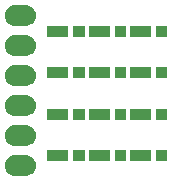
<source format=gbr>
G04 #@! TF.GenerationSoftware,KiCad,Pcbnew,5.1.5-52549c5~84~ubuntu18.04.1*
G04 #@! TF.CreationDate,2019-11-28T18:03:46-08:00*
G04 #@! TF.ProjectId,edison-led-3x4-pmod,65646973-6f6e-42d6-9c65-642d3378342d,rev?*
G04 #@! TF.SameCoordinates,PX68aa6f0PY527e2a0*
G04 #@! TF.FileFunction,Soldermask,Top*
G04 #@! TF.FilePolarity,Negative*
%FSLAX46Y46*%
G04 Gerber Fmt 4.6, Leading zero omitted, Abs format (unit mm)*
G04 Created by KiCad (PCBNEW 5.1.5-52549c5~84~ubuntu18.04.1) date 2019-11-28 18:03:46*
%MOMM*%
%LPD*%
G04 APERTURE LIST*
%ADD10C,0.100000*%
G04 APERTURE END LIST*
D10*
G36*
X5910442Y-12955518D02*
G01*
X5976627Y-12962037D01*
X6146466Y-13013557D01*
X6302991Y-13097222D01*
X6338729Y-13126552D01*
X6440186Y-13209814D01*
X6523448Y-13311271D01*
X6552778Y-13347009D01*
X6636443Y-13503534D01*
X6687963Y-13673373D01*
X6705359Y-13850000D01*
X6687963Y-14026627D01*
X6636443Y-14196466D01*
X6552778Y-14352991D01*
X6523448Y-14388729D01*
X6440186Y-14490186D01*
X6338729Y-14573448D01*
X6302991Y-14602778D01*
X6146466Y-14686443D01*
X5976627Y-14737963D01*
X5910443Y-14744481D01*
X5844260Y-14751000D01*
X4915740Y-14751000D01*
X4849558Y-14744482D01*
X4783373Y-14737963D01*
X4613534Y-14686443D01*
X4457009Y-14602778D01*
X4421271Y-14573448D01*
X4319814Y-14490186D01*
X4236552Y-14388729D01*
X4207222Y-14352991D01*
X4123557Y-14196466D01*
X4072037Y-14026627D01*
X4054641Y-13850000D01*
X4072037Y-13673373D01*
X4123557Y-13503534D01*
X4207222Y-13347009D01*
X4236552Y-13311271D01*
X4319814Y-13209814D01*
X4421271Y-13126552D01*
X4457009Y-13097222D01*
X4613534Y-13013557D01*
X4783373Y-12962037D01*
X4849558Y-12955518D01*
X4915740Y-12949000D01*
X5844260Y-12949000D01*
X5910442Y-12955518D01*
G37*
G36*
X17821000Y-13461000D02*
G01*
X16869000Y-13461000D01*
X16869000Y-12539000D01*
X17821000Y-12539000D01*
X17821000Y-13461000D01*
G37*
G36*
X10821000Y-13461000D02*
G01*
X9869000Y-13461000D01*
X9869000Y-12539000D01*
X10821000Y-12539000D01*
X10821000Y-13461000D01*
G37*
G36*
X9451000Y-13461000D02*
G01*
X7679000Y-13461000D01*
X7679000Y-12539000D01*
X9451000Y-12539000D01*
X9451000Y-13461000D01*
G37*
G36*
X14321000Y-13461000D02*
G01*
X13369000Y-13461000D01*
X13369000Y-12539000D01*
X14321000Y-12539000D01*
X14321000Y-13461000D01*
G37*
G36*
X12951000Y-13461000D02*
G01*
X11179000Y-13461000D01*
X11179000Y-12539000D01*
X12951000Y-12539000D01*
X12951000Y-13461000D01*
G37*
G36*
X16451000Y-13461000D02*
G01*
X14679000Y-13461000D01*
X14679000Y-12539000D01*
X16451000Y-12539000D01*
X16451000Y-13461000D01*
G37*
G36*
X5910442Y-10415518D02*
G01*
X5976627Y-10422037D01*
X6146466Y-10473557D01*
X6302991Y-10557222D01*
X6338729Y-10586552D01*
X6440186Y-10669814D01*
X6523448Y-10771271D01*
X6552778Y-10807009D01*
X6636443Y-10963534D01*
X6687963Y-11133373D01*
X6705359Y-11310000D01*
X6687963Y-11486627D01*
X6636443Y-11656466D01*
X6552778Y-11812991D01*
X6523448Y-11848729D01*
X6440186Y-11950186D01*
X6338729Y-12033448D01*
X6302991Y-12062778D01*
X6146466Y-12146443D01*
X5976627Y-12197963D01*
X5910443Y-12204481D01*
X5844260Y-12211000D01*
X4915740Y-12211000D01*
X4849558Y-12204482D01*
X4783373Y-12197963D01*
X4613534Y-12146443D01*
X4457009Y-12062778D01*
X4421271Y-12033448D01*
X4319814Y-11950186D01*
X4236552Y-11848729D01*
X4207222Y-11812991D01*
X4123557Y-11656466D01*
X4072037Y-11486627D01*
X4054641Y-11310000D01*
X4072037Y-11133373D01*
X4123557Y-10963534D01*
X4207222Y-10807009D01*
X4236552Y-10771271D01*
X4319814Y-10669814D01*
X4421271Y-10586552D01*
X4457009Y-10557222D01*
X4613534Y-10473557D01*
X4783373Y-10422037D01*
X4849558Y-10415518D01*
X4915740Y-10409000D01*
X5844260Y-10409000D01*
X5910442Y-10415518D01*
G37*
G36*
X14321000Y-9961000D02*
G01*
X13369000Y-9961000D01*
X13369000Y-9039000D01*
X14321000Y-9039000D01*
X14321000Y-9961000D01*
G37*
G36*
X12951000Y-9961000D02*
G01*
X11179000Y-9961000D01*
X11179000Y-9039000D01*
X12951000Y-9039000D01*
X12951000Y-9961000D01*
G37*
G36*
X17821000Y-9961000D02*
G01*
X16869000Y-9961000D01*
X16869000Y-9039000D01*
X17821000Y-9039000D01*
X17821000Y-9961000D01*
G37*
G36*
X16451000Y-9961000D02*
G01*
X14679000Y-9961000D01*
X14679000Y-9039000D01*
X16451000Y-9039000D01*
X16451000Y-9961000D01*
G37*
G36*
X9451000Y-9961000D02*
G01*
X7679000Y-9961000D01*
X7679000Y-9039000D01*
X9451000Y-9039000D01*
X9451000Y-9961000D01*
G37*
G36*
X10821000Y-9961000D02*
G01*
X9869000Y-9961000D01*
X9869000Y-9039000D01*
X10821000Y-9039000D01*
X10821000Y-9961000D01*
G37*
G36*
X5910442Y-7875518D02*
G01*
X5976627Y-7882037D01*
X6146466Y-7933557D01*
X6302991Y-8017222D01*
X6338729Y-8046552D01*
X6440186Y-8129814D01*
X6523448Y-8231271D01*
X6552778Y-8267009D01*
X6636443Y-8423534D01*
X6687963Y-8593373D01*
X6705359Y-8770000D01*
X6687963Y-8946627D01*
X6636443Y-9116466D01*
X6552778Y-9272991D01*
X6523448Y-9308729D01*
X6440186Y-9410186D01*
X6338729Y-9493448D01*
X6302991Y-9522778D01*
X6146466Y-9606443D01*
X5976627Y-9657963D01*
X5910442Y-9664482D01*
X5844260Y-9671000D01*
X4915740Y-9671000D01*
X4849557Y-9664481D01*
X4783373Y-9657963D01*
X4613534Y-9606443D01*
X4457009Y-9522778D01*
X4421271Y-9493448D01*
X4319814Y-9410186D01*
X4236552Y-9308729D01*
X4207222Y-9272991D01*
X4123557Y-9116466D01*
X4072037Y-8946627D01*
X4054641Y-8770000D01*
X4072037Y-8593373D01*
X4123557Y-8423534D01*
X4207222Y-8267009D01*
X4236552Y-8231271D01*
X4319814Y-8129814D01*
X4421271Y-8046552D01*
X4457009Y-8017222D01*
X4613534Y-7933557D01*
X4783373Y-7882037D01*
X4849558Y-7875518D01*
X4915740Y-7869000D01*
X5844260Y-7869000D01*
X5910442Y-7875518D01*
G37*
G36*
X5910443Y-5335519D02*
G01*
X5976627Y-5342037D01*
X6146466Y-5393557D01*
X6302991Y-5477222D01*
X6338729Y-5506552D01*
X6440186Y-5589814D01*
X6523448Y-5691271D01*
X6552778Y-5727009D01*
X6636443Y-5883534D01*
X6687963Y-6053373D01*
X6705359Y-6230000D01*
X6687963Y-6406627D01*
X6636443Y-6576466D01*
X6552778Y-6732991D01*
X6523448Y-6768729D01*
X6440186Y-6870186D01*
X6338729Y-6953448D01*
X6302991Y-6982778D01*
X6146466Y-7066443D01*
X5976627Y-7117963D01*
X5910442Y-7124482D01*
X5844260Y-7131000D01*
X4915740Y-7131000D01*
X4849558Y-7124482D01*
X4783373Y-7117963D01*
X4613534Y-7066443D01*
X4457009Y-6982778D01*
X4421271Y-6953448D01*
X4319814Y-6870186D01*
X4236552Y-6768729D01*
X4207222Y-6732991D01*
X4123557Y-6576466D01*
X4072037Y-6406627D01*
X4054641Y-6230000D01*
X4072037Y-6053373D01*
X4123557Y-5883534D01*
X4207222Y-5727009D01*
X4236552Y-5691271D01*
X4319814Y-5589814D01*
X4421271Y-5506552D01*
X4457009Y-5477222D01*
X4613534Y-5393557D01*
X4783373Y-5342037D01*
X4849557Y-5335519D01*
X4915740Y-5329000D01*
X5844260Y-5329000D01*
X5910443Y-5335519D01*
G37*
G36*
X17821000Y-6461000D02*
G01*
X16869000Y-6461000D01*
X16869000Y-5539000D01*
X17821000Y-5539000D01*
X17821000Y-6461000D01*
G37*
G36*
X16451000Y-6461000D02*
G01*
X14679000Y-6461000D01*
X14679000Y-5539000D01*
X16451000Y-5539000D01*
X16451000Y-6461000D01*
G37*
G36*
X14321000Y-6461000D02*
G01*
X13369000Y-6461000D01*
X13369000Y-5539000D01*
X14321000Y-5539000D01*
X14321000Y-6461000D01*
G37*
G36*
X12951000Y-6461000D02*
G01*
X11179000Y-6461000D01*
X11179000Y-5539000D01*
X12951000Y-5539000D01*
X12951000Y-6461000D01*
G37*
G36*
X10821000Y-6461000D02*
G01*
X9869000Y-6461000D01*
X9869000Y-5539000D01*
X10821000Y-5539000D01*
X10821000Y-6461000D01*
G37*
G36*
X9451000Y-6461000D02*
G01*
X7679000Y-6461000D01*
X7679000Y-5539000D01*
X9451000Y-5539000D01*
X9451000Y-6461000D01*
G37*
G36*
X5910443Y-2795519D02*
G01*
X5976627Y-2802037D01*
X6146466Y-2853557D01*
X6302991Y-2937222D01*
X6331964Y-2961000D01*
X6440186Y-3049814D01*
X6523448Y-3151271D01*
X6552778Y-3187009D01*
X6636443Y-3343534D01*
X6687963Y-3513373D01*
X6705359Y-3690000D01*
X6687963Y-3866627D01*
X6636443Y-4036466D01*
X6552778Y-4192991D01*
X6523448Y-4228729D01*
X6440186Y-4330186D01*
X6338729Y-4413448D01*
X6302991Y-4442778D01*
X6146466Y-4526443D01*
X5976627Y-4577963D01*
X5910443Y-4584481D01*
X5844260Y-4591000D01*
X4915740Y-4591000D01*
X4849557Y-4584481D01*
X4783373Y-4577963D01*
X4613534Y-4526443D01*
X4457009Y-4442778D01*
X4421271Y-4413448D01*
X4319814Y-4330186D01*
X4236552Y-4228729D01*
X4207222Y-4192991D01*
X4123557Y-4036466D01*
X4072037Y-3866627D01*
X4054641Y-3690000D01*
X4072037Y-3513373D01*
X4123557Y-3343534D01*
X4207222Y-3187009D01*
X4236552Y-3151271D01*
X4319814Y-3049814D01*
X4428036Y-2961000D01*
X4457009Y-2937222D01*
X4613534Y-2853557D01*
X4783373Y-2802037D01*
X4849557Y-2795519D01*
X4915740Y-2789000D01*
X5844260Y-2789000D01*
X5910443Y-2795519D01*
G37*
G36*
X9451000Y-2961000D02*
G01*
X7679000Y-2961000D01*
X7679000Y-2039000D01*
X9451000Y-2039000D01*
X9451000Y-2961000D01*
G37*
G36*
X10821000Y-2961000D02*
G01*
X9869000Y-2961000D01*
X9869000Y-2039000D01*
X10821000Y-2039000D01*
X10821000Y-2961000D01*
G37*
G36*
X12951000Y-2961000D02*
G01*
X11179000Y-2961000D01*
X11179000Y-2039000D01*
X12951000Y-2039000D01*
X12951000Y-2961000D01*
G37*
G36*
X14321000Y-2961000D02*
G01*
X13369000Y-2961000D01*
X13369000Y-2039000D01*
X14321000Y-2039000D01*
X14321000Y-2961000D01*
G37*
G36*
X16451000Y-2961000D02*
G01*
X14679000Y-2961000D01*
X14679000Y-2039000D01*
X16451000Y-2039000D01*
X16451000Y-2961000D01*
G37*
G36*
X17821000Y-2961000D02*
G01*
X16869000Y-2961000D01*
X16869000Y-2039000D01*
X17821000Y-2039000D01*
X17821000Y-2961000D01*
G37*
G36*
X5910442Y-255518D02*
G01*
X5976627Y-262037D01*
X6146466Y-313557D01*
X6302991Y-397222D01*
X6338729Y-426552D01*
X6440186Y-509814D01*
X6523448Y-611271D01*
X6552778Y-647009D01*
X6636443Y-803534D01*
X6687963Y-973373D01*
X6705359Y-1150000D01*
X6687963Y-1326627D01*
X6636443Y-1496466D01*
X6552778Y-1652991D01*
X6523448Y-1688729D01*
X6440186Y-1790186D01*
X6338729Y-1873448D01*
X6302991Y-1902778D01*
X6146466Y-1986443D01*
X5976627Y-2037963D01*
X5910442Y-2044482D01*
X5844260Y-2051000D01*
X4915740Y-2051000D01*
X4849558Y-2044482D01*
X4783373Y-2037963D01*
X4613534Y-1986443D01*
X4457009Y-1902778D01*
X4421271Y-1873448D01*
X4319814Y-1790186D01*
X4236552Y-1688729D01*
X4207222Y-1652991D01*
X4123557Y-1496466D01*
X4072037Y-1326627D01*
X4054641Y-1150000D01*
X4072037Y-973373D01*
X4123557Y-803534D01*
X4207222Y-647009D01*
X4236552Y-611271D01*
X4319814Y-509814D01*
X4421271Y-426552D01*
X4457009Y-397222D01*
X4613534Y-313557D01*
X4783373Y-262037D01*
X4849558Y-255518D01*
X4915740Y-249000D01*
X5844260Y-249000D01*
X5910442Y-255518D01*
G37*
M02*

</source>
